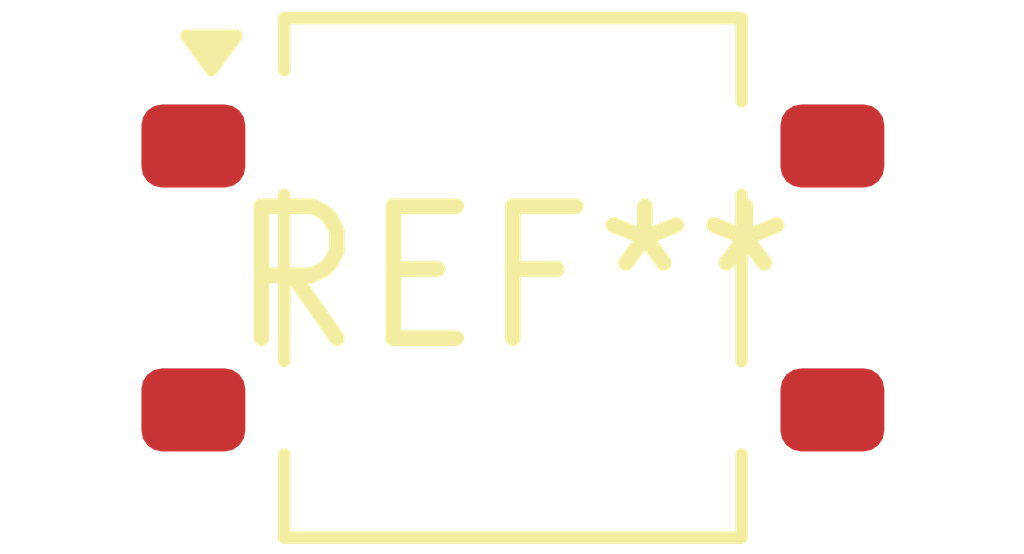
<source format=kicad_pcb>
(kicad_pcb (version 20240108) (generator pcbnew)
  (layers (0 "F.Cu" signal) (31 "B.Cu" signal) (34 "B.Paste" user) (35 "F.Paste" user) (36 "B.SilkS" user "B.Silkscreen") (37 "F.SilkS" user "F.Silkscreen") (38 "B.Mask" user) (39 "F.Mask" user) (44 "Edge.Cuts" user))
  (net 0 "")
  (footprint "TO-269AA" (layer "F.Cu") (at 0 0)
    (property "Reference" "REF**")
    (property "Value" "TO-269AA")
    (fp_line (start -2.2 -2.5) (end -2.2 -2) (layer "F.SilkS") (stroke (width 0.12)))
    (fp_line (start -2.2 -0.8) (end -2.2 0.8) (layer "F.SilkS") (stroke (width 0.12)))
    (fp_line (start -2.2 2.5) (end -2.2 1.7) (layer "F.SilkS") (stroke (width 0.12)))
    (fp_line (start 2.2 -2.5) (end -2.2 -2.5) (layer "F.SilkS") (stroke (width 0.12)))
    (fp_line (start 2.2 -1.7) (end 2.2 -2.5) (layer "F.SilkS") (stroke (width 0.12)))
    (fp_line (start 2.2 -0.8) (end 2.2 0.8) (layer "F.SilkS") (stroke (width 0.12)))
    (fp_line (start 2.2 1.7) (end 2.2 2.5) (layer "F.SilkS") (stroke (width 0.12)))
    (fp_line (start 2.2 2.5) (end -2.2 2.5) (layer "F.SilkS") (stroke (width 0.12)))
    (fp_poly (pts (xy -2.9 -2) (xy -3.14 -2.33) (xy -2.66 -2.33) (xy -2.9 -2)) (layer "F.SilkS") (stroke (width 0.12)) (fill solid))
    (pad "1" smd roundrect (at -3.075 -1.27) (size 1 0.8) (layers "F.Cu" "F.Paste" "F.Mask"))
    (pad "2" smd roundrect (at -3.075 1.27) (size 1 0.8) (layers "F.Cu" "F.Paste" "F.Mask"))
    (pad "3" smd roundrect (at 3.075 1.27) (size 1 0.8) (layers "F.Cu" "F.Paste" "F.Mask"))
    (pad "4" smd roundrect (at 3.075 -1.27) (size 1 0.8) (layers "F.Cu" "F.Paste" "F.Mask"))
  )
)
</source>
